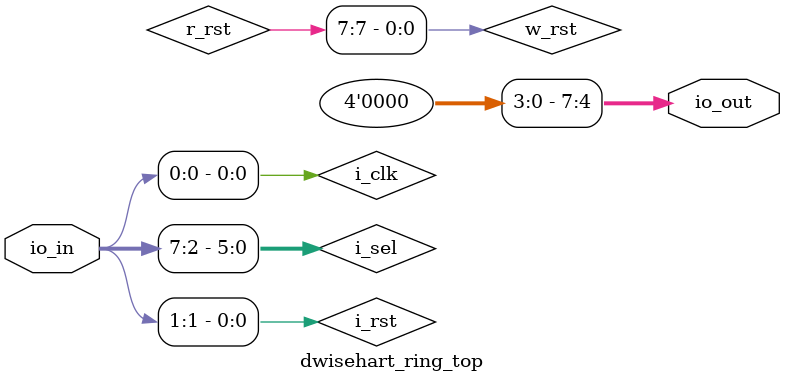
<source format=v>
`default_nettype none
`timescale 1ns/1ps

module dwisehart_ring_top
(
 input [7:0]  io_in,
 output [7:0] io_out
);

   wire       w_clk_005, w_clk_011, w_clk_023, w_clk_047;
   ringd #( .pSTAGES(   5 ) ) m_ring005d( .o_clk( w_clk_005 ) );
   ringd #( .pSTAGES(  11 ) ) m_ring011d( .o_clk( w_clk_011 ) );
   ringd #( .pSTAGES(  23 ) ) m_ring023d( .o_clk( w_clk_023 ) );
   ringd #( .pSTAGES(  47 ) ) m_ring047d( .o_clk( w_clk_047 ) );
//   ringd #( .pSTAGES(  97 ) ) m_ring097d( .o_clk( w_clk_097 ) );
//   ringd #( .pSTAGES( 197 ) ) m_ring197d( .o_clk( w_clk_197 ) );
   assign io_out [7:4]  = 'd0;

   wire       i_clk  = io_in[0];
   wire       i_rst  = io_in[1];
   wire [5:0] i_sel  = io_in[7:2];

////////////////////////////////////////
   reg [7:0]    r_rst  = 'hFF;
   wire         w_rst  = r_rst[7];

   always @( posedge i_clk )
     if( i_rst )
       r_rst          <= 'hFF;
     else
       r_rst          <= { r_rst, 1'b0 };

////////////////////////////////////////
   wire [4:0]   w_100_005, w_010_005, w_001_005;

   grey_1000 m_grey_005
   ( .i_clk     ( w_clk_005 ),
     .i_rst     ( w_rst ),
     .o_100     ( w_100_005 ),
     .o_010     ( w_010_005 ),
     .o_001     ( w_001_005 ),
     .o_clk_div ()
   );

   wire [4:0]   w_100_011, w_010_011, w_001_011;

   grey_1000 m_grey_011
   ( .i_clk     ( w_clk_011 ),
     .i_rst     ( w_rst ),
     .o_100     ( w_100_011 ),
     .o_010     ( w_010_011 ),
     .o_001     ( w_001_011 ),
     .o_clk_div ()
   );

   wire [4:0]   w_100_023, w_010_023, w_001_023;

   grey_1000 m_grey_023
   ( .i_clk     ( w_clk_023 ),
     .i_rst     ( w_rst ),
     .o_100     ( w_100_023 ),
     .o_010     ( w_010_023 ),
     .o_001     ( w_001_023 ),
     .o_clk_div ()
   );

   wire [4:0]   w_100_047, w_010_047, w_001_047;

   grey_1000 m_grey_047
   ( .i_clk     ( w_clk_047 ),
     .i_rst     ( w_rst ),
     .o_100     ( w_100_047 ),
     .o_010     ( w_010_047 ),
     .o_001     ( w_001_047 ),
     .o_clk_div ()
   );


////////////////////////////////////////
   wire [4:0]   w_slow_100_005, w_slow_010_005, w_slow_001_005;

   slow_grey #( .pCOUNT( 1300 ) ) m_slow_grey_005
   ( .i_clk     ( w_clk_005 ),
     .i_rst     ( w_rst ),
     .o_100     ( w_slow_100_005 ),
     .o_010     ( w_slow_010_005 ),
     .o_001     ( w_slow_001_005 )
   );

   wire [4:0]   w_slow_100_011, w_slow_010_011, w_slow_001_011;

   slow_grey #( .pCOUNT( 600 ) ) m_slow_grey_011
   ( .i_clk     ( w_clk_011 ),
     .i_rst     ( w_rst ),
     .o_100     ( w_slow_100_011 ),
     .o_010     ( w_slow_010_011 ),
     .o_001     ( w_slow_001_011 )
   );

   wire [4:0]   w_slow_100_023, w_slow_010_023, w_slow_001_023;

   slow_grey #( .pCOUNT( 290 ) ) m_slow_grey_023
   ( .i_clk     ( w_clk_023 ),
     .i_rst     ( w_rst ),
     .o_100     ( w_slow_100_023 ),
     .o_010     ( w_slow_010_023 ),
     .o_001     ( w_slow_001_023 )
   );

   wire [4:0]   w_slow_100_047, w_slow_010_047, w_slow_001_047;

   slow_grey #( .pCOUNT( 290 ) ) m_slow_grey_047
   ( .i_clk     ( w_clk_047 ),
     .i_rst     ( w_rst ),
     .o_100     ( w_slow_100_047 ),
     .o_010     ( w_slow_010_047 ),
     .o_001     ( w_slow_001_047 )
   );


////////////////////////////////////////
   wire [4:0]   w_005_100, w_005_010, w_005_001;

   capture #( .pCOUNT( 1 ) ) m_cap_005
   ( .i_clk     ( i_clk ),
     .i_rst     ( i_rst ),
     .i_100     ( w_slow_100_005 ),
     .i_010     ( w_slow_010_005 ),
     .i_001     ( w_slow_001_005 ),

     .o_100     ( w_005_100 ),
     .o_010     ( w_005_010 ),
     .o_001     ( w_005_001 )
    );

   wire [4:0]   w_011_100, w_011_010, w_011_001;

   capture #( .pCOUNT( 1 ) ) m_cap_011
   ( .i_clk     ( i_clk ),
     .i_rst     ( i_rst ),
     .i_100     ( w_slow_100_011 ),
     .i_010     ( w_slow_010_011 ),
     .i_001     ( w_slow_001_011 ),

     .o_100     ( w_011_100 ),
     .o_010     ( w_011_010 ),
     .o_001     ( w_011_001 )
    );

   wire [4:0]   w_023_100, w_023_010, w_023_001;

   capture #( .pCOUNT( 1 ) ) m_cap_023
   ( .i_clk     ( i_clk ),
     .i_rst     ( i_rst ),
     .i_100     ( w_slow_100_023 ),
     .i_010     ( w_slow_010_023 ),
     .i_001     ( w_slow_001_023 ),

     .o_100     ( w_023_100 ),
     .o_010     ( w_023_010 ),
     .o_001     ( w_023_001 )
    );

   wire [4:0]   w_047_100, w_047_010, w_047_001;

   capture #( .pCOUNT( 1 ) ) m_cap_047
   ( .i_clk     ( i_clk ),
     .i_rst     ( i_rst ),
     .i_100     ( w_slow_100_047 ),
     .i_010     ( w_slow_010_047 ),
     .i_001     ( w_slow_001_047 ),

     .o_100     ( w_047_100 ),
     .o_010     ( w_047_010 ),
     .o_001     ( w_047_001 )
    );


////////////////////////////////////////
   wire [4:0]   w_005_011_100, w_005_011_010, w_005_011_001;

   capture #( .pCOUNT( 1500 ) ) m_cap_005_011
   ( .i_clk     ( w_clk_005 ),
     .i_rst     ( w_rst ),
     .i_100     ( w_100_011 ),
     .i_010     ( w_010_011 ),
     .i_001     ( w_001_011 ),

     .o_100     ( w_005_011_100 ),
     .o_010     ( w_005_011_010 ),
     .o_001     ( w_005_011_001 )
    );

   wire [4:0]   w_005_023_100, w_005_023_010, w_005_023_001;

   capture #( .pCOUNT( 3000 ) ) m_cap_005_023
   ( .i_clk     ( w_clk_005 ),
     .i_rst     ( w_rst ),
     .i_100     ( w_100_023 ),
     .i_010     ( w_010_023 ),
     .i_001     ( w_001_023 ),

     .o_100     ( w_005_023_100 ),
     .o_010     ( w_005_023_010 ),
     .o_001     ( w_005_023_001 )
    );

   wire [4:0]   w_005_047_100, w_005_047_010, w_005_047_001;

   capture #( .pCOUNT( 6000 ) ) m_cap_005_047
   ( .i_clk     ( w_clk_005 ),
     .i_rst     ( w_rst ),
     .i_100     ( w_100_047 ),
     .i_010     ( w_010_047 ),
     .i_001     ( w_001_047 ),

     .o_100     ( w_005_047_100 ),
     .o_010     ( w_005_047_010 ),
     .o_001     ( w_005_047_001 )
    );

   wire [4:0]   w_011_023_100, w_011_023_010, w_011_023_001;

   capture #( .pCOUNT( 1500 ) ) m_cap_011_023
   ( .i_clk     ( w_clk_011 ),
     .i_rst     ( w_rst ),
     .i_100     ( w_100_023 ),
     .i_010     ( w_010_023 ),
     .i_001     ( w_001_023 ),

     .o_100     ( w_011_023_100 ),
     .o_010     ( w_011_023_010 ),
     .o_001     ( w_011_023_001 )
    );

   wire [4:0]   w_011_047_100, w_011_047_010, w_011_047_001;

   capture #( .pCOUNT( 3000 ) ) m_cap_011_047
   ( .i_clk     ( w_clk_011 ),
     .i_rst     ( w_rst ),
     .i_100     ( w_100_047 ),
     .i_010     ( w_010_047 ),
     .i_001     ( w_001_047 ),

     .o_100     ( w_011_047_100 ),
     .o_010     ( w_011_047_010 ),
     .o_001     ( w_011_047_001 )
    );

   wire [4:0]   w_023_047_100, w_023_047_010, w_023_047_001;

   capture #( .pCOUNT( 1500 ) ) m_cap_023_047
   ( .i_clk     ( w_clk_023 ),
     .i_rst     ( w_rst ),
     .i_100     ( w_100_047 ),
     .i_010     ( w_010_047 ),
     .i_001     ( w_001_047 ),

     .o_100     ( w_023_047_100 ),
     .o_010     ( w_023_047_010 ),
     .o_001     ( w_023_047_001 )
    );

endmodule

</source>
